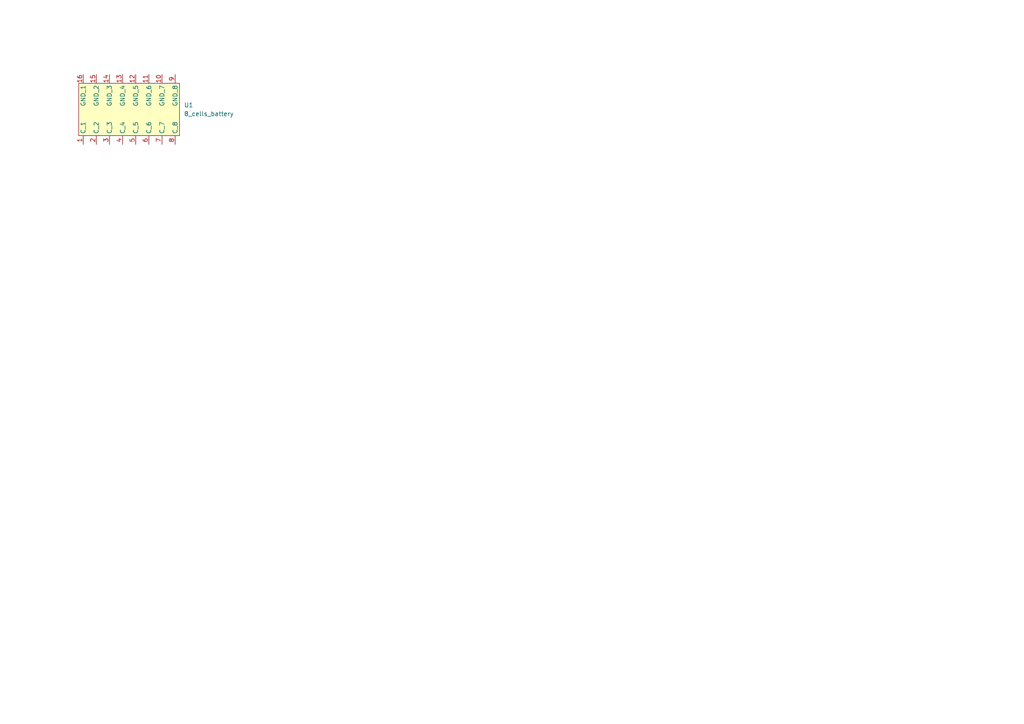
<source format=kicad_sch>
(kicad_sch (version 20211123) (generator eeschema)
  (paper "A4")
  (lib_symbols
    (symbol "Rpizero:8_cells_battery"
      (property "Reference" "U" (at 0 12.7 0))
      (property "Value" "8_cells_battery" (at 0 15.24 0))
      (symbol "8_cells_battery_0_1"
        (rectangle (start -13.97 7.62) (end 15.24 -7.62) (fill (type background)))
      )
      (symbol "8_cells_battery_1_1"
        (pin power_out line (at -12.7 -10.16 90) (length 2.54) (name "C_1") (number "1"))
        (pin input line (at 10.16 10.16 270) (length 2.54) (name "GND_7") (number "10"))
        (pin input line (at 6.35 10.16 270) (length 2.54) (name "GND_6") (number "11"))
        (pin input line (at 2.54 10.16 270) (length 2.54) (name "GND_5") (number "12"))
        (pin input line (at -1.27 10.16 270) (length 2.54) (name "GND_4") (number "13"))
        (pin input line (at -5.08 10.16 270) (length 2.54) (name "GND_3") (number "14"))
        (pin input line (at -8.89 10.16 270) (length 2.54) (name "GND_2") (number "15"))
        (pin input line (at -12.7 10.16 270) (length 2.54) (name "GND_1") (number "16"))
        (pin power_out line (at -8.89 -10.16 90) (length 2.54) (name "C_2") (number "2"))
        (pin power_out line (at -5.08 -10.16 90) (length 2.54) (name "C_3") (number "3"))
        (pin power_out line (at -1.27 -10.16 90) (length 2.54) (name "C_4") (number "4"))
        (pin power_out line (at 2.54 -10.16 90) (length 2.54) (name "C_5") (number "5"))
        (pin power_out line (at 6.35 -10.16 90) (length 2.54) (name "C_6") (number "6"))
        (pin power_out line (at 10.16 -10.16 90) (length 2.54) (name "C_7") (number "7"))
        (pin power_out line (at 13.97 -10.16 90) (length 2.54) (name "C_8") (number "8"))
        (pin input line (at 13.97 10.16 270) (length 2.54) (name "GND_8") (number "9"))
      )
    )
  )
  (symbol (lib_id "Rpizero:8_cells_battery") (at 36.83 31.75 0) (unit 1)
    (property "Reference" "U1" (at 53.34 30.4799 0) (effects (justify left)))
    (property "Value" "8_cells_battery" (at 53.34 33.0199 0) (effects (justify left)))
    (property "Footprint" "RpiZero:8_battery_celss" (effects hide))
  )
)
</source>
